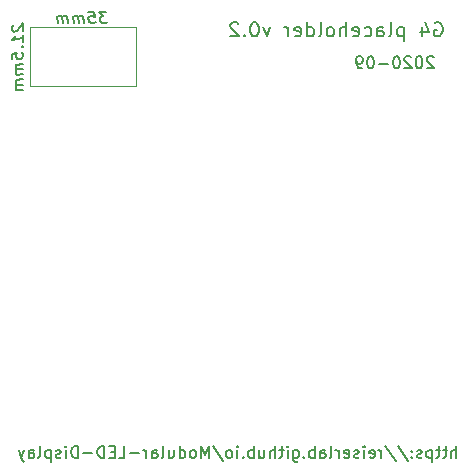
<source format=gbr>
%TF.GenerationSoftware,KiCad,Pcbnew,5.1.6*%
%TF.CreationDate,2020-09-08T13:50:04-04:00*%
%TF.ProjectId,placeholder,706c6163-6568-46f6-9c64-65722e6b6963,rev?*%
%TF.SameCoordinates,Original*%
%TF.FileFunction,Legend,Bot*%
%TF.FilePolarity,Positive*%
%FSLAX46Y46*%
G04 Gerber Fmt 4.6, Leading zero omitted, Abs format (unit mm)*
G04 Created by KiCad (PCBNEW 5.1.6) date 2020-09-08 13:50:04*
%MOMM*%
%LPD*%
G01*
G04 APERTURE LIST*
%ADD10C,0.150000*%
%ADD11C,0.120000*%
G04 APERTURE END LIST*
D10*
X51122857Y-51721056D02*
X51080000Y-51774032D01*
X51037142Y-51874627D01*
X51037142Y-52112723D01*
X51080000Y-52202604D01*
X51122857Y-52244866D01*
X51208571Y-52281770D01*
X51294285Y-52271056D01*
X51422857Y-52207366D01*
X51937142Y-51571651D01*
X51937142Y-52190699D01*
X51937142Y-53143080D02*
X51937142Y-52571651D01*
X51937142Y-52857366D02*
X51037142Y-52969866D01*
X51165714Y-52858556D01*
X51251428Y-52752604D01*
X51294285Y-52652008D01*
X51851428Y-53582366D02*
X51894285Y-53624627D01*
X51937142Y-53571651D01*
X51894285Y-53529389D01*
X51851428Y-53582366D01*
X51937142Y-53571651D01*
X51037142Y-54636532D02*
X51037142Y-54160342D01*
X51465714Y-54059151D01*
X51422857Y-54112127D01*
X51380000Y-54212723D01*
X51380000Y-54450818D01*
X51422857Y-54540699D01*
X51465714Y-54582961D01*
X51551428Y-54619866D01*
X51765714Y-54593080D01*
X51851428Y-54534747D01*
X51894285Y-54481770D01*
X51937142Y-54381175D01*
X51937142Y-54143080D01*
X51894285Y-54053199D01*
X51851428Y-54010937D01*
X51937142Y-55000223D02*
X51337142Y-55075223D01*
X51422857Y-55064508D02*
X51380000Y-55117485D01*
X51337142Y-55218080D01*
X51337142Y-55360937D01*
X51380000Y-55450818D01*
X51465714Y-55487723D01*
X51937142Y-55428794D01*
X51465714Y-55487723D02*
X51380000Y-55546056D01*
X51337142Y-55646651D01*
X51337142Y-55789508D01*
X51380000Y-55879389D01*
X51465714Y-55916294D01*
X51937142Y-55857366D01*
X51937142Y-56333556D02*
X51337142Y-56408556D01*
X51422857Y-56397842D02*
X51380000Y-56450818D01*
X51337142Y-56551413D01*
X51337142Y-56694270D01*
X51380000Y-56784151D01*
X51465714Y-56821056D01*
X51937142Y-56762127D01*
X51465714Y-56821056D02*
X51380000Y-56879389D01*
X51337142Y-56979985D01*
X51337142Y-57122842D01*
X51380000Y-57212723D01*
X51465714Y-57249627D01*
X51937142Y-57190699D01*
X59011562Y-50637142D02*
X58392514Y-50637142D01*
X58768705Y-50980000D01*
X58625848Y-50980000D01*
X58535967Y-51022857D01*
X58493705Y-51065714D01*
X58456800Y-51151428D01*
X58483586Y-51365714D01*
X58541919Y-51451428D01*
X58594895Y-51494285D01*
X58695491Y-51537142D01*
X58981205Y-51537142D01*
X59071086Y-51494285D01*
X59113348Y-51451428D01*
X57487752Y-50637142D02*
X57963943Y-50637142D01*
X58065133Y-51065714D01*
X58012157Y-51022857D01*
X57911562Y-50980000D01*
X57673467Y-50980000D01*
X57583586Y-51022857D01*
X57541324Y-51065714D01*
X57504419Y-51151428D01*
X57531205Y-51365714D01*
X57589538Y-51451428D01*
X57642514Y-51494285D01*
X57743110Y-51537142D01*
X57981205Y-51537142D01*
X58071086Y-51494285D01*
X58113348Y-51451428D01*
X57124062Y-51537142D02*
X57049062Y-50937142D01*
X57059776Y-51022857D02*
X57006800Y-50980000D01*
X56906205Y-50937142D01*
X56763348Y-50937142D01*
X56673467Y-50980000D01*
X56636562Y-51065714D01*
X56695491Y-51537142D01*
X56636562Y-51065714D02*
X56578229Y-50980000D01*
X56477633Y-50937142D01*
X56334776Y-50937142D01*
X56244895Y-50980000D01*
X56207991Y-51065714D01*
X56266919Y-51537142D01*
X55790729Y-51537142D02*
X55715729Y-50937142D01*
X55726443Y-51022857D02*
X55673467Y-50980000D01*
X55572872Y-50937142D01*
X55430014Y-50937142D01*
X55340133Y-50980000D01*
X55303229Y-51065714D01*
X55362157Y-51537142D01*
X55303229Y-51065714D02*
X55244895Y-50980000D01*
X55144300Y-50937142D01*
X55001443Y-50937142D01*
X54911562Y-50980000D01*
X54874657Y-51065714D01*
X54933586Y-51537142D01*
D11*
X61560000Y-51880000D02*
X52560000Y-51880000D01*
X61560000Y-56880000D02*
X61560000Y-51880000D01*
X52560000Y-56880000D02*
X61560000Y-56880000D01*
X52560000Y-51880000D02*
X52560000Y-56880000D01*
D10*
X88646190Y-88372380D02*
X88646190Y-87372380D01*
X88217619Y-88372380D02*
X88217619Y-87848571D01*
X88265238Y-87753333D01*
X88360476Y-87705714D01*
X88503333Y-87705714D01*
X88598571Y-87753333D01*
X88646190Y-87800952D01*
X87884285Y-87705714D02*
X87503333Y-87705714D01*
X87741428Y-87372380D02*
X87741428Y-88229523D01*
X87693809Y-88324761D01*
X87598571Y-88372380D01*
X87503333Y-88372380D01*
X87312857Y-87705714D02*
X86931904Y-87705714D01*
X87170000Y-87372380D02*
X87170000Y-88229523D01*
X87122380Y-88324761D01*
X87027142Y-88372380D01*
X86931904Y-88372380D01*
X86598571Y-87705714D02*
X86598571Y-88705714D01*
X86598571Y-87753333D02*
X86503333Y-87705714D01*
X86312857Y-87705714D01*
X86217619Y-87753333D01*
X86170000Y-87800952D01*
X86122380Y-87896190D01*
X86122380Y-88181904D01*
X86170000Y-88277142D01*
X86217619Y-88324761D01*
X86312857Y-88372380D01*
X86503333Y-88372380D01*
X86598571Y-88324761D01*
X85741428Y-88324761D02*
X85646190Y-88372380D01*
X85455714Y-88372380D01*
X85360476Y-88324761D01*
X85312857Y-88229523D01*
X85312857Y-88181904D01*
X85360476Y-88086666D01*
X85455714Y-88039047D01*
X85598571Y-88039047D01*
X85693809Y-87991428D01*
X85741428Y-87896190D01*
X85741428Y-87848571D01*
X85693809Y-87753333D01*
X85598571Y-87705714D01*
X85455714Y-87705714D01*
X85360476Y-87753333D01*
X84884285Y-88277142D02*
X84836666Y-88324761D01*
X84884285Y-88372380D01*
X84931904Y-88324761D01*
X84884285Y-88277142D01*
X84884285Y-88372380D01*
X84884285Y-87753333D02*
X84836666Y-87800952D01*
X84884285Y-87848571D01*
X84931904Y-87800952D01*
X84884285Y-87753333D01*
X84884285Y-87848571D01*
X83693809Y-87324761D02*
X84550952Y-88610476D01*
X82646190Y-87324761D02*
X83503333Y-88610476D01*
X82312857Y-88372380D02*
X82312857Y-87705714D01*
X82312857Y-87896190D02*
X82265238Y-87800952D01*
X82217619Y-87753333D01*
X82122380Y-87705714D01*
X82027142Y-87705714D01*
X81312857Y-88324761D02*
X81408095Y-88372380D01*
X81598571Y-88372380D01*
X81693809Y-88324761D01*
X81741428Y-88229523D01*
X81741428Y-87848571D01*
X81693809Y-87753333D01*
X81598571Y-87705714D01*
X81408095Y-87705714D01*
X81312857Y-87753333D01*
X81265238Y-87848571D01*
X81265238Y-87943809D01*
X81741428Y-88039047D01*
X80836666Y-88372380D02*
X80836666Y-87705714D01*
X80836666Y-87372380D02*
X80884285Y-87420000D01*
X80836666Y-87467619D01*
X80789047Y-87420000D01*
X80836666Y-87372380D01*
X80836666Y-87467619D01*
X80408095Y-88324761D02*
X80312857Y-88372380D01*
X80122380Y-88372380D01*
X80027142Y-88324761D01*
X79979523Y-88229523D01*
X79979523Y-88181904D01*
X80027142Y-88086666D01*
X80122380Y-88039047D01*
X80265238Y-88039047D01*
X80360476Y-87991428D01*
X80408095Y-87896190D01*
X80408095Y-87848571D01*
X80360476Y-87753333D01*
X80265238Y-87705714D01*
X80122380Y-87705714D01*
X80027142Y-87753333D01*
X79169999Y-88324761D02*
X79265238Y-88372380D01*
X79455714Y-88372380D01*
X79550952Y-88324761D01*
X79598571Y-88229523D01*
X79598571Y-87848571D01*
X79550952Y-87753333D01*
X79455714Y-87705714D01*
X79265238Y-87705714D01*
X79169999Y-87753333D01*
X79122380Y-87848571D01*
X79122380Y-87943809D01*
X79598571Y-88039047D01*
X78693809Y-88372380D02*
X78693809Y-87705714D01*
X78693809Y-87896190D02*
X78646190Y-87800952D01*
X78598571Y-87753333D01*
X78503333Y-87705714D01*
X78408095Y-87705714D01*
X77931904Y-88372380D02*
X78027142Y-88324761D01*
X78074761Y-88229523D01*
X78074761Y-87372380D01*
X77122380Y-88372380D02*
X77122380Y-87848571D01*
X77169999Y-87753333D01*
X77265238Y-87705714D01*
X77455714Y-87705714D01*
X77550952Y-87753333D01*
X77122380Y-88324761D02*
X77217619Y-88372380D01*
X77455714Y-88372380D01*
X77550952Y-88324761D01*
X77598571Y-88229523D01*
X77598571Y-88134285D01*
X77550952Y-88039047D01*
X77455714Y-87991428D01*
X77217619Y-87991428D01*
X77122380Y-87943809D01*
X76646190Y-88372380D02*
X76646190Y-87372380D01*
X76646190Y-87753333D02*
X76550952Y-87705714D01*
X76360476Y-87705714D01*
X76265238Y-87753333D01*
X76217619Y-87800952D01*
X76170000Y-87896190D01*
X76170000Y-88181904D01*
X76217619Y-88277142D01*
X76265238Y-88324761D01*
X76360476Y-88372380D01*
X76550952Y-88372380D01*
X76646190Y-88324761D01*
X75741428Y-88277142D02*
X75693809Y-88324761D01*
X75741428Y-88372380D01*
X75789047Y-88324761D01*
X75741428Y-88277142D01*
X75741428Y-88372380D01*
X74836666Y-87705714D02*
X74836666Y-88515238D01*
X74884285Y-88610476D01*
X74931904Y-88658095D01*
X75027142Y-88705714D01*
X75170000Y-88705714D01*
X75265238Y-88658095D01*
X74836666Y-88324761D02*
X74931904Y-88372380D01*
X75122380Y-88372380D01*
X75217619Y-88324761D01*
X75265238Y-88277142D01*
X75312857Y-88181904D01*
X75312857Y-87896190D01*
X75265238Y-87800952D01*
X75217619Y-87753333D01*
X75122380Y-87705714D01*
X74931904Y-87705714D01*
X74836666Y-87753333D01*
X74360476Y-88372380D02*
X74360476Y-87705714D01*
X74360476Y-87372380D02*
X74408095Y-87420000D01*
X74360476Y-87467619D01*
X74312857Y-87420000D01*
X74360476Y-87372380D01*
X74360476Y-87467619D01*
X74027142Y-87705714D02*
X73646190Y-87705714D01*
X73884285Y-87372380D02*
X73884285Y-88229523D01*
X73836666Y-88324761D01*
X73741428Y-88372380D01*
X73646190Y-88372380D01*
X73312857Y-88372380D02*
X73312857Y-87372380D01*
X72884285Y-88372380D02*
X72884285Y-87848571D01*
X72931904Y-87753333D01*
X73027142Y-87705714D01*
X73170000Y-87705714D01*
X73265238Y-87753333D01*
X73312857Y-87800952D01*
X71979523Y-87705714D02*
X71979523Y-88372380D01*
X72408095Y-87705714D02*
X72408095Y-88229523D01*
X72360476Y-88324761D01*
X72265238Y-88372380D01*
X72122380Y-88372380D01*
X72027142Y-88324761D01*
X71979523Y-88277142D01*
X71503333Y-88372380D02*
X71503333Y-87372380D01*
X71503333Y-87753333D02*
X71408095Y-87705714D01*
X71217619Y-87705714D01*
X71122380Y-87753333D01*
X71074761Y-87800952D01*
X71027142Y-87896190D01*
X71027142Y-88181904D01*
X71074761Y-88277142D01*
X71122380Y-88324761D01*
X71217619Y-88372380D01*
X71408095Y-88372380D01*
X71503333Y-88324761D01*
X70598571Y-88277142D02*
X70550952Y-88324761D01*
X70598571Y-88372380D01*
X70646190Y-88324761D01*
X70598571Y-88277142D01*
X70598571Y-88372380D01*
X70122380Y-88372380D02*
X70122380Y-87705714D01*
X70122380Y-87372380D02*
X70170000Y-87420000D01*
X70122380Y-87467619D01*
X70074761Y-87420000D01*
X70122380Y-87372380D01*
X70122380Y-87467619D01*
X69503333Y-88372380D02*
X69598571Y-88324761D01*
X69646190Y-88277142D01*
X69693809Y-88181904D01*
X69693809Y-87896190D01*
X69646190Y-87800952D01*
X69598571Y-87753333D01*
X69503333Y-87705714D01*
X69360476Y-87705714D01*
X69265238Y-87753333D01*
X69217619Y-87800952D01*
X69170000Y-87896190D01*
X69170000Y-88181904D01*
X69217619Y-88277142D01*
X69265238Y-88324761D01*
X69360476Y-88372380D01*
X69503333Y-88372380D01*
X68027142Y-87324761D02*
X68884285Y-88610476D01*
X67693809Y-88372380D02*
X67693809Y-87372380D01*
X67360476Y-88086666D01*
X67027142Y-87372380D01*
X67027142Y-88372380D01*
X66408095Y-88372380D02*
X66503333Y-88324761D01*
X66550952Y-88277142D01*
X66598571Y-88181904D01*
X66598571Y-87896190D01*
X66550952Y-87800952D01*
X66503333Y-87753333D01*
X66408095Y-87705714D01*
X66265238Y-87705714D01*
X66170000Y-87753333D01*
X66122380Y-87800952D01*
X66074761Y-87896190D01*
X66074761Y-88181904D01*
X66122380Y-88277142D01*
X66170000Y-88324761D01*
X66265238Y-88372380D01*
X66408095Y-88372380D01*
X65217619Y-88372380D02*
X65217619Y-87372380D01*
X65217619Y-88324761D02*
X65312857Y-88372380D01*
X65503333Y-88372380D01*
X65598571Y-88324761D01*
X65646190Y-88277142D01*
X65693809Y-88181904D01*
X65693809Y-87896190D01*
X65646190Y-87800952D01*
X65598571Y-87753333D01*
X65503333Y-87705714D01*
X65312857Y-87705714D01*
X65217619Y-87753333D01*
X64312857Y-87705714D02*
X64312857Y-88372380D01*
X64741428Y-87705714D02*
X64741428Y-88229523D01*
X64693809Y-88324761D01*
X64598571Y-88372380D01*
X64455714Y-88372380D01*
X64360476Y-88324761D01*
X64312857Y-88277142D01*
X63693809Y-88372380D02*
X63789047Y-88324761D01*
X63836666Y-88229523D01*
X63836666Y-87372380D01*
X62884285Y-88372380D02*
X62884285Y-87848571D01*
X62931904Y-87753333D01*
X63027142Y-87705714D01*
X63217619Y-87705714D01*
X63312857Y-87753333D01*
X62884285Y-88324761D02*
X62979523Y-88372380D01*
X63217619Y-88372380D01*
X63312857Y-88324761D01*
X63360476Y-88229523D01*
X63360476Y-88134285D01*
X63312857Y-88039047D01*
X63217619Y-87991428D01*
X62979523Y-87991428D01*
X62884285Y-87943809D01*
X62408095Y-88372380D02*
X62408095Y-87705714D01*
X62408095Y-87896190D02*
X62360476Y-87800952D01*
X62312857Y-87753333D01*
X62217619Y-87705714D01*
X62122380Y-87705714D01*
X61789047Y-87991428D02*
X61027142Y-87991428D01*
X60074761Y-88372380D02*
X60550952Y-88372380D01*
X60550952Y-87372380D01*
X59741428Y-87848571D02*
X59408095Y-87848571D01*
X59265238Y-88372380D02*
X59741428Y-88372380D01*
X59741428Y-87372380D01*
X59265238Y-87372380D01*
X58836666Y-88372380D02*
X58836666Y-87372380D01*
X58598571Y-87372380D01*
X58455714Y-87420000D01*
X58360476Y-87515238D01*
X58312857Y-87610476D01*
X58265238Y-87800952D01*
X58265238Y-87943809D01*
X58312857Y-88134285D01*
X58360476Y-88229523D01*
X58455714Y-88324761D01*
X58598571Y-88372380D01*
X58836666Y-88372380D01*
X57836666Y-87991428D02*
X57074761Y-87991428D01*
X56598571Y-88372380D02*
X56598571Y-87372380D01*
X56360476Y-87372380D01*
X56217619Y-87420000D01*
X56122380Y-87515238D01*
X56074761Y-87610476D01*
X56027142Y-87800952D01*
X56027142Y-87943809D01*
X56074761Y-88134285D01*
X56122380Y-88229523D01*
X56217619Y-88324761D01*
X56360476Y-88372380D01*
X56598571Y-88372380D01*
X55598571Y-88372380D02*
X55598571Y-87705714D01*
X55598571Y-87372380D02*
X55646190Y-87420000D01*
X55598571Y-87467619D01*
X55550952Y-87420000D01*
X55598571Y-87372380D01*
X55598571Y-87467619D01*
X55169999Y-88324761D02*
X55074761Y-88372380D01*
X54884285Y-88372380D01*
X54789047Y-88324761D01*
X54741428Y-88229523D01*
X54741428Y-88181904D01*
X54789047Y-88086666D01*
X54884285Y-88039047D01*
X55027142Y-88039047D01*
X55122380Y-87991428D01*
X55169999Y-87896190D01*
X55169999Y-87848571D01*
X55122380Y-87753333D01*
X55027142Y-87705714D01*
X54884285Y-87705714D01*
X54789047Y-87753333D01*
X54312857Y-87705714D02*
X54312857Y-88705714D01*
X54312857Y-87753333D02*
X54217619Y-87705714D01*
X54027142Y-87705714D01*
X53931904Y-87753333D01*
X53884285Y-87800952D01*
X53836666Y-87896190D01*
X53836666Y-88181904D01*
X53884285Y-88277142D01*
X53931904Y-88324761D01*
X54027142Y-88372380D01*
X54217619Y-88372380D01*
X54312857Y-88324761D01*
X53265238Y-88372380D02*
X53360476Y-88324761D01*
X53408095Y-88229523D01*
X53408095Y-87372380D01*
X52455714Y-88372380D02*
X52455714Y-87848571D01*
X52503333Y-87753333D01*
X52598571Y-87705714D01*
X52789047Y-87705714D01*
X52884285Y-87753333D01*
X52455714Y-88324761D02*
X52550952Y-88372380D01*
X52789047Y-88372380D01*
X52884285Y-88324761D01*
X52931904Y-88229523D01*
X52931904Y-88134285D01*
X52884285Y-88039047D01*
X52789047Y-87991428D01*
X52550952Y-87991428D01*
X52455714Y-87943809D01*
X52074761Y-87705714D02*
X51836666Y-88372380D01*
X51598571Y-87705714D02*
X51836666Y-88372380D01*
X51931904Y-88610476D01*
X51979523Y-88658095D01*
X52074761Y-88705714D01*
X86725714Y-54467619D02*
X86678095Y-54420000D01*
X86582857Y-54372380D01*
X86344761Y-54372380D01*
X86249523Y-54420000D01*
X86201904Y-54467619D01*
X86154285Y-54562857D01*
X86154285Y-54658095D01*
X86201904Y-54800952D01*
X86773333Y-55372380D01*
X86154285Y-55372380D01*
X85535238Y-54372380D02*
X85440000Y-54372380D01*
X85344761Y-54420000D01*
X85297142Y-54467619D01*
X85249523Y-54562857D01*
X85201904Y-54753333D01*
X85201904Y-54991428D01*
X85249523Y-55181904D01*
X85297142Y-55277142D01*
X85344761Y-55324761D01*
X85440000Y-55372380D01*
X85535238Y-55372380D01*
X85630476Y-55324761D01*
X85678095Y-55277142D01*
X85725714Y-55181904D01*
X85773333Y-54991428D01*
X85773333Y-54753333D01*
X85725714Y-54562857D01*
X85678095Y-54467619D01*
X85630476Y-54420000D01*
X85535238Y-54372380D01*
X84820952Y-54467619D02*
X84773333Y-54420000D01*
X84678095Y-54372380D01*
X84440000Y-54372380D01*
X84344761Y-54420000D01*
X84297142Y-54467619D01*
X84249523Y-54562857D01*
X84249523Y-54658095D01*
X84297142Y-54800952D01*
X84868571Y-55372380D01*
X84249523Y-55372380D01*
X83630476Y-54372380D02*
X83535238Y-54372380D01*
X83440000Y-54420000D01*
X83392380Y-54467619D01*
X83344761Y-54562857D01*
X83297142Y-54753333D01*
X83297142Y-54991428D01*
X83344761Y-55181904D01*
X83392380Y-55277142D01*
X83440000Y-55324761D01*
X83535238Y-55372380D01*
X83630476Y-55372380D01*
X83725714Y-55324761D01*
X83773333Y-55277142D01*
X83820952Y-55181904D01*
X83868571Y-54991428D01*
X83868571Y-54753333D01*
X83820952Y-54562857D01*
X83773333Y-54467619D01*
X83725714Y-54420000D01*
X83630476Y-54372380D01*
X82868571Y-54991428D02*
X82106666Y-54991428D01*
X81440000Y-54372380D02*
X81344761Y-54372380D01*
X81249523Y-54420000D01*
X81201904Y-54467619D01*
X81154285Y-54562857D01*
X81106666Y-54753333D01*
X81106666Y-54991428D01*
X81154285Y-55181904D01*
X81201904Y-55277142D01*
X81249523Y-55324761D01*
X81344761Y-55372380D01*
X81440000Y-55372380D01*
X81535238Y-55324761D01*
X81582857Y-55277142D01*
X81630476Y-55181904D01*
X81678095Y-54991428D01*
X81678095Y-54753333D01*
X81630476Y-54562857D01*
X81582857Y-54467619D01*
X81535238Y-54420000D01*
X81440000Y-54372380D01*
X80630476Y-55372380D02*
X80440000Y-55372380D01*
X80344761Y-55324761D01*
X80297142Y-55277142D01*
X80201904Y-55134285D01*
X80154285Y-54943809D01*
X80154285Y-54562857D01*
X80201904Y-54467619D01*
X80249523Y-54420000D01*
X80344761Y-54372380D01*
X80535238Y-54372380D01*
X80630476Y-54420000D01*
X80678095Y-54467619D01*
X80725714Y-54562857D01*
X80725714Y-54800952D01*
X80678095Y-54896190D01*
X80630476Y-54943809D01*
X80535238Y-54991428D01*
X80344761Y-54991428D01*
X80249523Y-54943809D01*
X80201904Y-54896190D01*
X80154285Y-54800952D01*
X86824285Y-51550000D02*
X86938571Y-51492857D01*
X87110000Y-51492857D01*
X87281428Y-51550000D01*
X87395714Y-51664285D01*
X87452857Y-51778571D01*
X87510000Y-52007142D01*
X87510000Y-52178571D01*
X87452857Y-52407142D01*
X87395714Y-52521428D01*
X87281428Y-52635714D01*
X87110000Y-52692857D01*
X86995714Y-52692857D01*
X86824285Y-52635714D01*
X86767142Y-52578571D01*
X86767142Y-52178571D01*
X86995714Y-52178571D01*
X85738571Y-51892857D02*
X85738571Y-52692857D01*
X86024285Y-51435714D02*
X86310000Y-52292857D01*
X85567142Y-52292857D01*
X84195714Y-51892857D02*
X84195714Y-53092857D01*
X84195714Y-51950000D02*
X84081428Y-51892857D01*
X83852857Y-51892857D01*
X83738571Y-51950000D01*
X83681428Y-52007142D01*
X83624285Y-52121428D01*
X83624285Y-52464285D01*
X83681428Y-52578571D01*
X83738571Y-52635714D01*
X83852857Y-52692857D01*
X84081428Y-52692857D01*
X84195714Y-52635714D01*
X82938571Y-52692857D02*
X83052857Y-52635714D01*
X83110000Y-52521428D01*
X83110000Y-51492857D01*
X81967142Y-52692857D02*
X81967142Y-52064285D01*
X82024285Y-51950000D01*
X82138571Y-51892857D01*
X82367142Y-51892857D01*
X82481428Y-51950000D01*
X81967142Y-52635714D02*
X82081428Y-52692857D01*
X82367142Y-52692857D01*
X82481428Y-52635714D01*
X82538571Y-52521428D01*
X82538571Y-52407142D01*
X82481428Y-52292857D01*
X82367142Y-52235714D01*
X82081428Y-52235714D01*
X81967142Y-52178571D01*
X80881428Y-52635714D02*
X80995714Y-52692857D01*
X81224285Y-52692857D01*
X81338571Y-52635714D01*
X81395714Y-52578571D01*
X81452857Y-52464285D01*
X81452857Y-52121428D01*
X81395714Y-52007142D01*
X81338571Y-51950000D01*
X81224285Y-51892857D01*
X80995714Y-51892857D01*
X80881428Y-51950000D01*
X79910000Y-52635714D02*
X80024285Y-52692857D01*
X80252857Y-52692857D01*
X80367142Y-52635714D01*
X80424285Y-52521428D01*
X80424285Y-52064285D01*
X80367142Y-51950000D01*
X80252857Y-51892857D01*
X80024285Y-51892857D01*
X79910000Y-51950000D01*
X79852857Y-52064285D01*
X79852857Y-52178571D01*
X80424285Y-52292857D01*
X79338571Y-52692857D02*
X79338571Y-51492857D01*
X78824285Y-52692857D02*
X78824285Y-52064285D01*
X78881428Y-51950000D01*
X78995714Y-51892857D01*
X79167142Y-51892857D01*
X79281428Y-51950000D01*
X79338571Y-52007142D01*
X78081428Y-52692857D02*
X78195714Y-52635714D01*
X78252857Y-52578571D01*
X78310000Y-52464285D01*
X78310000Y-52121428D01*
X78252857Y-52007142D01*
X78195714Y-51950000D01*
X78081428Y-51892857D01*
X77910000Y-51892857D01*
X77795714Y-51950000D01*
X77738571Y-52007142D01*
X77681428Y-52121428D01*
X77681428Y-52464285D01*
X77738571Y-52578571D01*
X77795714Y-52635714D01*
X77910000Y-52692857D01*
X78081428Y-52692857D01*
X76995714Y-52692857D02*
X77110000Y-52635714D01*
X77167142Y-52521428D01*
X77167142Y-51492857D01*
X76024285Y-52692857D02*
X76024285Y-51492857D01*
X76024285Y-52635714D02*
X76138571Y-52692857D01*
X76367142Y-52692857D01*
X76481428Y-52635714D01*
X76538571Y-52578571D01*
X76595714Y-52464285D01*
X76595714Y-52121428D01*
X76538571Y-52007142D01*
X76481428Y-51950000D01*
X76367142Y-51892857D01*
X76138571Y-51892857D01*
X76024285Y-51950000D01*
X74995714Y-52635714D02*
X75110000Y-52692857D01*
X75338571Y-52692857D01*
X75452857Y-52635714D01*
X75510000Y-52521428D01*
X75510000Y-52064285D01*
X75452857Y-51950000D01*
X75338571Y-51892857D01*
X75110000Y-51892857D01*
X74995714Y-51950000D01*
X74938571Y-52064285D01*
X74938571Y-52178571D01*
X75510000Y-52292857D01*
X74424285Y-52692857D02*
X74424285Y-51892857D01*
X74424285Y-52121428D02*
X74367142Y-52007142D01*
X74310000Y-51950000D01*
X74195714Y-51892857D01*
X74081428Y-51892857D01*
X72881428Y-51892857D02*
X72595714Y-52692857D01*
X72310000Y-51892857D01*
X71624285Y-51492857D02*
X71510000Y-51492857D01*
X71395714Y-51550000D01*
X71338571Y-51607142D01*
X71281428Y-51721428D01*
X71224285Y-51950000D01*
X71224285Y-52235714D01*
X71281428Y-52464285D01*
X71338571Y-52578571D01*
X71395714Y-52635714D01*
X71510000Y-52692857D01*
X71624285Y-52692857D01*
X71738571Y-52635714D01*
X71795714Y-52578571D01*
X71852857Y-52464285D01*
X71910000Y-52235714D01*
X71910000Y-51950000D01*
X71852857Y-51721428D01*
X71795714Y-51607142D01*
X71738571Y-51550000D01*
X71624285Y-51492857D01*
X70710000Y-52578571D02*
X70652857Y-52635714D01*
X70710000Y-52692857D01*
X70767142Y-52635714D01*
X70710000Y-52578571D01*
X70710000Y-52692857D01*
X70195714Y-51607142D02*
X70138571Y-51550000D01*
X70024285Y-51492857D01*
X69738571Y-51492857D01*
X69624285Y-51550000D01*
X69567142Y-51607142D01*
X69510000Y-51721428D01*
X69510000Y-51835714D01*
X69567142Y-52007142D01*
X70252857Y-52692857D01*
X69510000Y-52692857D01*
M02*

</source>
